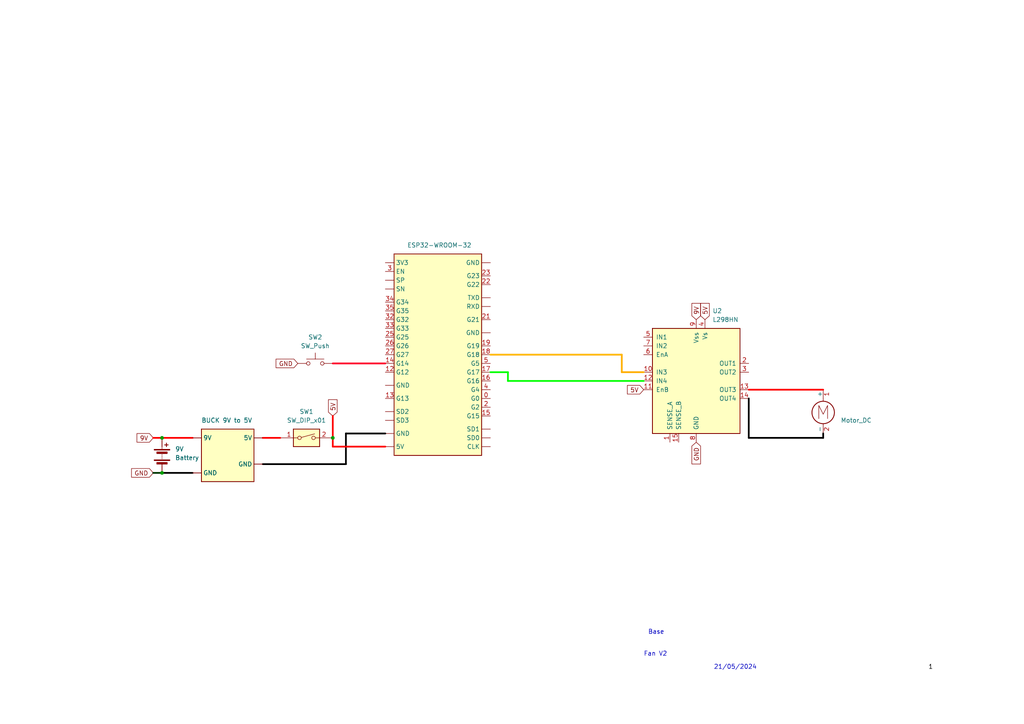
<source format=kicad_sch>
(kicad_sch (version 20231120) (generator "eeschema") (generator_version "8.0")
  (paper "A4")
  (lib_symbols
    (symbol "Device:Battery" (pin_numbers hide) (pin_names (offset 0) hide)
      (property "Reference" "9V" (at 3.81 1.8415 0))
      (property "Value" "Battery" (at 3.81 -0.6985 0))
      (symbol "Battery_0_1"
        (rectangle (start -2.286 -1.27) (end 2.286 -1.524) (fill (type outline)))
        (rectangle (start -2.286 1.778) (end 2.286 1.524) (fill (type outline)))
        (rectangle (start -1.524 -2.032) (end 1.524 -2.54) (fill (type outline)))
        (rectangle (start -1.524 1.016) (end 1.524 0.508) (fill (type outline)))
        (polyline (pts (xy 0 -1.016) (xy 0 -0.762)))
        (polyline (pts (xy 0 -0.508) (xy 0 -0.254)))
        (polyline (pts (xy 0 0) (xy 0 0.254)))
        (polyline (pts (xy 0 1.778) (xy 0 2.54)))
        (polyline (pts (xy 0.762 3.048) (xy 1.778 3.048)) (stroke (width 0.254)))
        (polyline (pts (xy 1.27 3.556) (xy 1.27 2.54)) (stroke (width 0.254)))
      )
      (symbol "Battery_1_1"
        (pin passive line (at 0 5.08 270) (length 2.54) (name "+") (number "1"))
        (pin passive line (at 0 -5.08 90) (length 2.54) (name "-") (number "2"))
      )
    )
    (symbol "Driver_LED:HV9967BK7-G"
      (property "Reference" "U3" (at 2.1941 12.7 0))
      (property "Value" "BUCK 9V to 5V" (at 2.1941 10.16 0))
      (symbol "HV9967BK7-G_0_1"
        (rectangle (start -7.62 7.62) (end 7.62 -7.62) (stroke (width 0.254)) (fill (type background)))
      )
      (symbol "HV9967BK7-G_1_1"
        (pin power_out line (at 10.16 5.08 180) (length 2.54) (name "5V") (number ""))
        (pin power_in line (at -10.16 5.08 0) (length 2.54) (name "9V") (number ""))
        (pin bidirectional line (at -10.16 -5.08 0) (length 2.54) (name "GND") (number ""))
        (pin bidirectional line (at 10.16 -2.54 180) (length 2.54) (name "GND") (number ""))
      )
    )
    (symbol "Driver_Motor:L298HN" (pin_names (offset 1.016))
      (property "Reference" "U" (at -10.16 16.51 0))
      (property "Value" "L298HN" (at 12.7 16.51 0))
      (symbol "L298HN_0_1"
        (rectangle (start -12.7 15.24) (end 12.7 -15.24) (stroke (width 0.254)) (fill (type background)))
      )
      (symbol "L298HN_1_1"
        (pin power_in line (at -7.62 -17.78 90) (length 2.54) (name "SENSE_A") (number "1"))
        (pin input line (at -15.24 2.54 0) (length 2.54) (name "IN3") (number "10"))
        (pin input line (at -15.24 -2.54 0) (length 2.54) (name "EnB") (number "11"))
        (pin input line (at -15.24 0 0) (length 2.54) (name "IN4") (number "12"))
        (pin output line (at 15.24 -2.54 180) (length 2.54) (name "OUT3") (number "13"))
        (pin output line (at 15.24 -5.08 180) (length 2.54) (name "OUT4") (number "14"))
        (pin power_in line (at -5.08 -17.78 90) (length 2.54) (name "SENSE_B") (number "15"))
        (pin output line (at 15.24 5.08 180) (length 2.54) (name "OUT1") (number "2"))
        (pin output line (at 15.24 2.54 180) (length 2.54) (name "OUT2") (number "3"))
        (pin power_in line (at 2.54 17.78 270) (length 2.54) (name "Vs") (number "4"))
        (pin input line (at -15.24 12.7 0) (length 2.54) (name "IN1") (number "5"))
        (pin input line (at -15.24 7.62 0) (length 2.54) (name "EnA") (number "6"))
        (pin input line (at -15.24 10.16 0) (length 2.54) (name "IN2") (number "7"))
        (pin power_in line (at 0 -17.78 90) (length 2.54) (name "GND") (number "8"))
        (pin power_in line (at 0 17.78 270) (length 2.54) (name "Vss") (number "9"))
      )
    )
    (symbol "Motor:Motor_DC" (pin_names (offset 0))
      (property "Reference" "M" (at 2.54 2.54 0))
      (property "Value" "Motor_DC" (at 2.54 -5.08 0))
      (symbol "Motor_DC_0_0"
        (polyline (pts (xy -1.27 -3.302) (xy -1.27 0.508) (xy 0 -2.032) (xy 1.27 0.508) (xy 1.27 -3.302)))
      )
      (symbol "Motor_DC_0_1"
        (circle (center 0 -1.524) (radius 3.2512) (stroke (width 0.254)))
        (polyline (pts (xy 0 -7.62) (xy 0 -7.112)))
        (polyline (pts (xy 0 -4.7752) (xy 0 -5.1816)))
        (polyline (pts (xy 0 1.7272) (xy 0 2.0828)))
        (polyline (pts (xy 0 2.032) (xy 0 2.54)))
      )
      (symbol "Motor_DC_1_1"
        (pin passive line (at 0 5.08 270) (length 2.54) (name "+") (number "1"))
        (pin passive line (at 0 -7.62 90) (length 2.54) (name "-") (number "2"))
      )
    )
    (symbol "RF_Module:ESP32-WROOM-32"
      (property "Reference" "U1" (at -1.27 30.48 0))
      (property "Value" "ESP32-WROOM-32" (at -8.89 27.94 0))
      (symbol "ESP32-WROOM-32_0_1"
        (rectangle (start -12.7 25.4) (end 12.7 -33.02) (stroke (width 0.254)) (fill (type background)))
      )
      (symbol "ESP32-WROOM-32_1_1"
        (pin bidirectional line (at -15.24 22.86 0) (length 2.54) (name "3V3") (number ""))
        (pin bidirectional line (at -15.24 -30.48 0) (length 2.54) (name "5V") (number ""))
        (pin bidirectional line (at 15.24 -30.48 180) (length 2.54) (name "CLK") (number ""))
        (pin bidirectional line (at -15.24 -26.67 0) (length 2.54) (name "GND") (number ""))
        (pin bidirectional line (at -15.24 -12.7 0) (length 2.54) (name "GND") (number ""))
        (pin bidirectional line (at 15.24 2.54 180) (length 2.54) (name "GND") (number ""))
        (pin bidirectional line (at 15.24 22.86 180) (length 2.54) (name "GND") (number ""))
        (pin bidirectional line (at 15.24 10.16 180) (length 2.54) (name "RXD") (number ""))
        (pin bidirectional line (at 15.24 -27.94 180) (length 2.54) (name "SD0") (number ""))
        (pin bidirectional line (at 15.24 -25.4 180) (length 2.54) (name "SD1") (number ""))
        (pin bidirectional line (at -15.24 -20.32 0) (length 2.54) (name "SD2") (number ""))
        (pin bidirectional line (at -15.24 -22.86 0) (length 2.54) (name "SD3") (number ""))
        (pin input line (at -15.24 15.24 0) (length 2.54) (name "SN") (number ""))
        (pin input line (at -15.24 17.78 0) (length 2.54) (name "SP") (number ""))
        (pin bidirectional line (at 15.24 12.7 180) (length 2.54) (name "TXD") (number ""))
        (pin bidirectional line (at 15.24 -16.51 180) (length 2.54) (name "G0") (number "0"))
        (pin bidirectional line (at -15.24 -8.89 0) (length 2.54) (name "G12") (number "12"))
        (pin bidirectional line (at -15.24 -16.51 0) (length 2.54) (name "G13") (number "13"))
        (pin bidirectional line (at -15.24 -6.35 0) (length 2.54) (name "G14") (number "14"))
        (pin bidirectional line (at 15.24 -21.59 180) (length 2.54) (name "G15") (number "15"))
        (pin bidirectional line (at 15.24 -11.43 180) (length 2.54) (name "G16") (number "16"))
        (pin bidirectional line (at 15.24 -8.89 180) (length 2.54) (name "G17") (number "17"))
        (pin bidirectional line (at 15.24 -3.81 180) (length 2.54) (name "G18") (number "18"))
        (pin bidirectional line (at 15.24 -1.27 180) (length 2.54) (name "G19") (number "19"))
        (pin bidirectional line (at 15.24 -19.05 180) (length 2.54) (name "G2") (number "2"))
        (pin bidirectional line (at 15.24 6.35 180) (length 2.54) (name "G21") (number "21"))
        (pin bidirectional line (at 15.24 16.51 180) (length 2.54) (name "G22") (number "22"))
        (pin bidirectional line (at 15.24 19.05 180) (length 2.54) (name "G23") (number "23"))
        (pin bidirectional line (at -15.24 1.27 0) (length 2.54) (name "G25") (number "25"))
        (pin bidirectional line (at -15.24 -1.27 0) (length 2.54) (name "G26") (number "26"))
        (pin bidirectional line (at -15.24 -3.81 0) (length 2.54) (name "G27") (number "27"))
        (pin input line (at -15.24 20.32 0) (length 2.54) (name "EN") (number "3"))
        (pin bidirectional line (at -15.24 6.35 0) (length 2.54) (name "G32") (number "32"))
        (pin bidirectional line (at -15.24 3.81 0) (length 2.54) (name "G33") (number "33"))
        (pin input line (at -15.24 11.43 0) (length 2.54) (name "G34") (number "34"))
        (pin input line (at -15.24 8.89 0) (length 2.54) (name "G35") (number "35"))
        (pin bidirectional line (at 15.24 -13.97 180) (length 2.54) (name "G4") (number "4"))
        (pin bidirectional line (at 15.24 -6.35 180) (length 2.54) (name "G5") (number "5"))
      )
    )
    (symbol "Switch:SW_DIP_x01" (pin_names (offset 0) hide)
      (property "Reference" "SW" (at 0 3.81 0))
      (property "Value" "SW_DIP_x01" (at 0 -3.81 0))
      (symbol "SW_DIP_x01_0_0"
        (circle (center -2.032 0) (radius 0.508))
        (polyline (pts (xy -1.524 0.127) (xy 2.3622 1.1684)))
        (circle (center 2.032 0) (radius 0.508))
      )
      (symbol "SW_DIP_x01_0_1"
        (rectangle (start -3.81 2.54) (end 3.81 -2.54) (stroke (width 0.254)) (fill (type background)))
      )
      (symbol "SW_DIP_x01_1_1"
        (pin passive line (at -7.62 0 0) (length 5.08) (name "~") (number "1"))
        (pin passive line (at 7.62 0 180) (length 5.08) (name "~") (number "2"))
      )
    )
    (symbol "Switch:SW_Push" (pin_numbers hide) (pin_names (offset 1.016) hide)
      (property "Reference" "SW" (at 1.27 2.54 0))
      (property "Value" "SW_Push" (at 0 -1.524 0))
      (symbol "SW_Push_0_1"
        (circle (center -2.032 0) (radius 0.508))
        (polyline (pts (xy 0 1.27) (xy 0 3.048)))
        (polyline (pts (xy 2.54 1.27) (xy -2.54 1.27)))
        (circle (center 2.032 0) (radius 0.508))
        (pin passive line (at -5.08 0 0) (length 2.54) (name "1") (number "1"))
        (pin passive line (at 5.08 0 180) (length 2.54) (name "2") (number "2"))
      )
    )
  )
  (junction (at 96.52 127))
  (junction (at 46.99 127))
  (junction (at 46.99 137.16))
  (wire (pts (xy 44.45 137.16) (xy 46.99 137.16)))
  (wire (pts (xy 96.52 127) (xy 96.52 120.65)) (stroke (width 0.5) (color 255 0 0 1)))
  (wire (pts (xy 238.76 127) (xy 217.17 127)) (stroke (width 0.5) (color 0 0 0 1)))
  (wire (pts (xy 96.52 105.41) (xy 111.76 105.41)) (stroke (width 0.508) (color 255 0 28 1)))
  (wire (pts (xy 44.45 127) (xy 46.99 127)))
  (wire (pts (xy 96.52 129.54) (xy 111.76 129.54)) (stroke (width 0.5) (color 255 0 0 1)))
  (wire (pts (xy 46.99 137.16) (xy 55.88 137.16)) (stroke (width 0.5) (color 0 0 0 1)))
  (wire (pts (xy 238.76 127) (xy 238.76 125.73)) (stroke (width 0.5) (color 0 0 0 1)))
  (wire (pts (xy 217.17 127) (xy 217.17 115.57)) (stroke (width 0.5) (color 0 0 0 1)))
  (wire (pts (xy 217.17 113.03) (xy 238.76 113.03)) (stroke (width 0.5) (color 255 0 0 1)))
  (wire (pts (xy 147.32 107.95) (xy 142.24 107.95)) (stroke (width 0.5) (color 0 255 0 1)))
  (wire (pts (xy 44.45 127) (xy 46.99 127)) (stroke (width 0.5) (color 255 0 0 1)))
  (wire (pts (xy 147.32 110.49) (xy 186.69 110.49)) (stroke (width 0.5) (color 0 255 0 1)))
  (wire (pts (xy 180.34 107.95) (xy 186.69 107.95)) (stroke (width 0.508) (color 255 171 0 1)))
  (wire (pts (xy 100.33 125.73) (xy 100.33 134.62)) (stroke (width 0.5) (color 0 0 0 1)))
  (wire (pts (xy 46.99 127) (xy 55.88 127)) (stroke (width 0.5) (color 255 0 0 1)))
  (wire (pts (xy 142.24 102.87) (xy 180.34 102.87)) (stroke (width 0.508) (color 255 171 0 1)))
  (wire (pts (xy 76.2 134.62) (xy 100.33 134.62)) (stroke (width 0.5) (color 0 0 0 1)))
  (wire (pts (xy 96.52 120.65) (xy 96.52 127)))
  (wire (pts (xy 44.45 137.16) (xy 46.99 137.16)) (stroke (width 0.5) (color 0 0 0 1)))
  (wire (pts (xy 180.34 102.87) (xy 180.34 107.95)) (stroke (width 0.508) (color 255 171 0 1)))
  (wire (pts (xy 100.33 125.73) (xy 111.76 125.73)) (stroke (width 0.5) (color 0 0 0 1)))
  (wire (pts (xy 147.32 110.49) (xy 147.32 107.95)) (stroke (width 0.5) (color 0 255 0 1)))
  (wire (pts (xy 96.52 129.54) (xy 96.52 127)) (stroke (width 0.5) (color 255 0 0 1)))
  (wire (pts (xy 76.2 127) (xy 81.28 127)) (stroke (width 0.5) (color 255 0 0 1)))
  (text "1" (at 269.24 194.31 0) (effects (font (size 1.27 1.27)) (justify left bottom)))
  (text "21/05/2024" (at 207.01 194.31 0) (effects (font (size 1.27 1.27)) (justify left bottom)))
  (text "Base" (at 187.96 184.15 0) (effects (font (size 1.27 1.27)) (justify left bottom)))
  (text "Fan V2" (at 186.69 190.5 0) (effects (font (size 1.27 1.27)) (justify left bottom)))
  (global_label "9V" (shape input) (at 201.93 92.71 90) (property "Intersheetrefs" "${INTERSHEET_REFS}" (effects (hide yes))))
  (global_label "GND" (shape input) (at 201.93 128.27 270) (property "Intersheetrefs" "${INTERSHEET_REFS}" (effects (hide yes))))
  (global_label "GND" (shape input) (at 86.36 105.41 180) (property "Intersheetrefs" "${INTERSHEET_REFS}" (effects (hide yes))))
  (global_label "5V" (shape input) (at 186.69 113.03 180) (property "Intersheetrefs" "${INTERSHEET_REFS}" (effects (hide yes))))
  (global_label "9V" (shape input) (at 44.45 127 180) (property "Intersheetrefs" "${INTERSHEET_REFS}" (effects (hide yes))))
  (global_label "GND" (shape input) (at 44.45 137.16 180) (property "Intersheetrefs" "${INTERSHEET_REFS}" (effects (hide yes))))
  (global_label "5V" (shape input) (at 96.52 120.65 90) (property "Intersheetrefs" "${INTERSHEET_REFS}" (effects (hide yes))))
  (global_label "5V" (shape input) (at 204.47 92.71 90) (property "Intersheetrefs" "${INTERSHEET_REFS}" (effects (hide yes))))
  (symbol (lib_id "RF_Module:ESP32-WROOM-32") (at 127 99.06 0) (unit 1)
    (property "Reference" "U1" (effects (hide yes)))
    (property "Value" "ESP32-WROOM-32" (at 118.11 71.12 0) (effects (justify left)))
    (property "Footprint" "RF_Module:ESP32-WROOM-32" (effects (hide yes)))
    (property "Datasheet" "https://www.espressif.com/sites/default/files/documentation/esp32-wroom-32_datasheet_en.pdf" (effects (hide yes)))
  )
  (symbol (lib_id "Motor:Motor_DC") (at 238.76 118.11 0) (unit 1)
    (property "Reference" "M1" (effects (hide yes)))
    (property "Value" "Motor_DC" (at 243.84 121.92 0) (effects (justify left)))
  )
  (symbol (lib_id "Driver_LED:HV9967BK7-G") (at 66.04 132.08 0) (unit 1)
    (property "Reference" "U3" (effects (hide yes)))
    (property "Value" "BUCK 9V to 5V" (at 58.42 121.92 0) (effects (justify left)))
  )
  (symbol (lib_id "Switch:SW_DIP_x01") (at 88.9 127 0) (unit 1)
    (property "Reference" "SW1" (at 88.9 119.38 0))
    (property "Value" "SW_DIP_x01" (at 88.9 121.92 0))
    (property "Description" "1x DIP Switch, Single Pole Single Throw (SPST) switch, small symbol" (effects (hide yes)))
  )
  (symbol (lib_id "Device:Battery") (at 46.99 132.08 0) (unit 1)
    (property "Reference" "9V" (at 50.8 130.2385 0) (effects (justify left)))
    (property "Value" "Battery" (at 50.8 132.7785 0) (effects (justify left)))
  )
  (symbol (lib_id "Switch:SW_Push") (at 91.44 105.41 0) (unit 1)
    (property "Reference" "SW2" (at 91.44 97.79 0))
    (property "Value" "SW_Push" (at 91.44 100.33 0))
    (property "Description" "Push button switch, generic, two pins" (effects (hide yes)))
  )
  (symbol (lib_id "Driver_Motor:L298HN") (at 201.93 110.49 0) (unit 1)
    (property "Reference" "U2" (at 206.6641 90.17 0) (effects (justify left)))
    (property "Value" "L298HN" (at 206.6641 92.71 0) (effects (justify left)))
    (property "Footprint" "Package_TO_SOT_THT:TO-220-15_P2.54x2.54mm_StaggerOdd_Lead5.84mm_TabDown" (effects (hide yes)))
    (property "Datasheet" "http://www.st.com/st-web-ui/static/active/en/resource/technical/document/datasheet/CD00000240.pdf" (effects (hide yes)))
    (property "Description" "Dual full bridge motor driver, up to 46V, 4A, Multiwatt15-H" (effects (hide yes)))
  )
)
</source>
